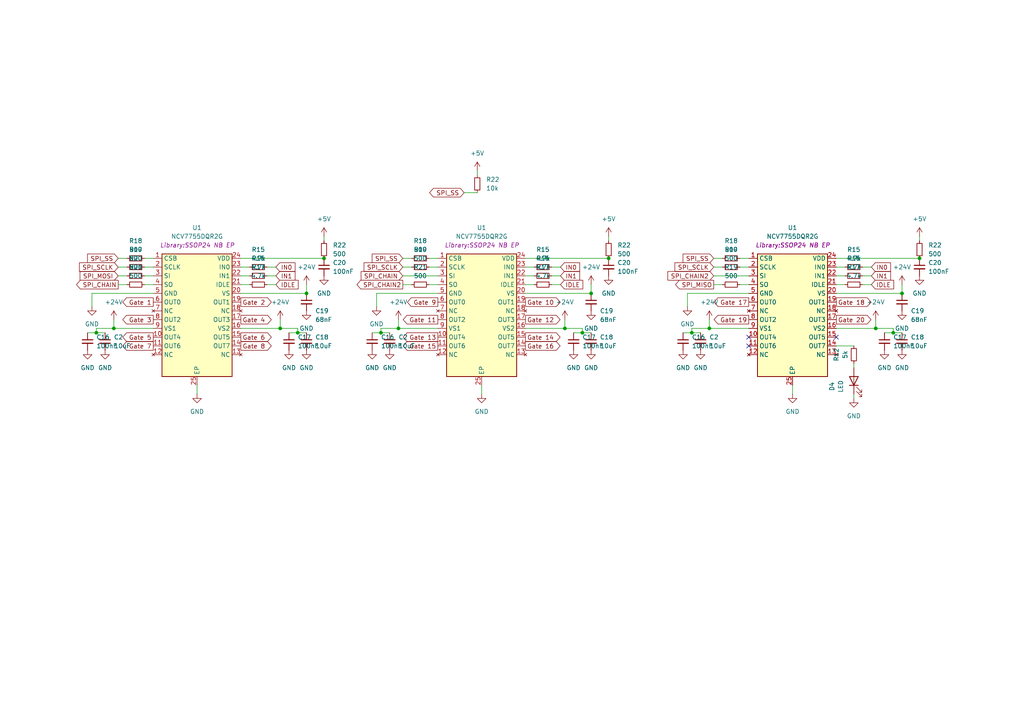
<source format=kicad_sch>
(kicad_sch (version 20230121) (generator eeschema)
  (paper "A4")
  (lib_symbols
    (symbol "Device:C_Small" (pin_numbers hide) (pin_names (offset 0.254) hide)
      (property "Reference" "C" (at 0.254 1.778 0))
      (property "Value" "C_Small" (at 0.254 -2.032 0))
      (symbol "C_Small_0_1"
        (polyline (pts (xy -1.524 -0.508) (xy 1.524 -0.508)) (stroke (width 0.3302)))
        (polyline (pts (xy -1.524 0.508) (xy 1.524 0.508)) (stroke (width 0.3048)))
      )
      (symbol "C_Small_1_1"
        (pin passive line (at 0 2.54 270) (length 2.032) (name "~") (number "1"))
        (pin passive line (at 0 -2.54 90) (length 2.032) (name "~") (number "2"))
      )
    )
    (symbol "Device:LED" (pin_numbers hide) (pin_names (offset 1.016) hide)
      (property "Reference" "D" (at 0 2.54 0))
      (property "Value" "LED" (at 0 -2.54 0))
      (symbol "LED_0_1"
        (polyline (pts (xy -1.27 -1.27) (xy -1.27 1.27)) (stroke (width 0.254)))
        (polyline (pts (xy -1.27 0) (xy 1.27 0)))
        (polyline (pts (xy 1.27 -1.27) (xy 1.27 1.27) (xy -1.27 0) (xy 1.27 -1.27)) (stroke (width 0.254)))
        (polyline (pts (xy -3.048 -0.762) (xy -4.572 -2.286) (xy -3.81 -2.286) (xy -4.572 -2.286) (xy -4.572 -1.524)))
        (polyline (pts (xy -1.778 -0.762) (xy -3.302 -2.286) (xy -2.54 -2.286) (xy -3.302 -2.286) (xy -3.302 -1.524)))
      )
      (symbol "LED_1_1"
        (pin passive line (at -3.81 0 0) (length 2.54) (name "K") (number "1"))
        (pin passive line (at 3.81 0 180) (length 2.54) (name "A") (number "2"))
      )
    )
    (symbol "Device:R_Small" (pin_numbers hide) (pin_names (offset 0.254) hide)
      (property "Reference" "R" (at 0.762 0.508 0))
      (property "Value" "R_Small" (at 0.762 -1.016 0))
      (symbol "R_Small_0_1"
        (rectangle (start -0.762 1.778) (end 0.762 -1.778) (stroke (width 0.2032)))
      )
      (symbol "R_Small_1_1"
        (pin passive line (at 0 2.54 270) (length 0.762) (name "~") (number "1"))
        (pin passive line (at 0 -2.54 90) (length 0.762) (name "~") (number "2"))
      )
    )
    (symbol "NCV7755:NCV7755DQR2G"
      (property "Reference" "U" (at 5.08 21.59 0))
      (property "Value" "NCV7755DQR2G" (at 5.08 19.05 0))
      (property "Footprint" "Library:SSOP24 NB EP" (at -1.27 3.81 0))
      (symbol "NCV7755DQR2G_0_1"
        (rectangle (start -10.16 16.51) (end 10.16 -19.05) (stroke (width 0.254)) (fill (type background)))
      )
      (symbol "NCV7755DQR2G_1_1"
        (pin input line (at -12.7 15.24 0) (length 2.54) (name "CSB") (number "1"))
        (pin output line (at -12.7 -7.62 0) (length 2.54) (name "OUT4") (number "10"))
        (pin output line (at -12.7 -10.16 0) (length 2.54) (name "OUT6") (number "11"))
        (pin no_connect line (at -12.7 -12.7 0) (length 2.54) (name "NC") (number "12"))
        (pin no_connect line (at 12.7 -12.7 180) (length 2.54) (name "NC") (number "13"))
        (pin output line (at 12.7 -10.16 180) (length 2.54) (name "OUT7") (number "14"))
        (pin output line (at 12.7 -7.62 180) (length 2.54) (name "OUT5") (number "15"))
        (pin power_in line (at 12.7 -5.08 180) (length 2.54) (name "VS2") (number "16"))
        (pin output line (at 12.7 -2.54 180) (length 2.54) (name "OUT3") (number "17"))
        (pin no_connect line (at 12.7 0 180) (length 2.54) (name "NC") (number "18"))
        (pin output line (at 12.7 2.54 180) (length 2.54) (name "OUT1") (number "19"))
        (pin input line (at -12.7 12.7 0) (length 2.54) (name "SCLK") (number "2"))
        (pin power_in line (at 12.7 5.08 180) (length 2.54) (name "VS") (number "20"))
        (pin input line (at 12.7 7.62 180) (length 2.54) (name "IDLE") (number "21"))
        (pin input line (at 12.7 10.16 180) (length 2.54) (name "IN1") (number "22"))
        (pin input line (at 12.7 12.7 180) (length 2.54) (name "IN0") (number "23"))
        (pin power_in line (at 12.7 15.24 180) (length 2.54) (name "VDD") (number "24"))
        (pin passive line (at 0 -21.59 90) (length 2.54) (name "EP") (number "25"))
        (pin input line (at -12.7 10.16 0) (length 2.54) (name "SI") (number "3"))
        (pin output line (at -12.7 7.62 0) (length 2.54) (name "SO") (number "4"))
        (pin passive line (at -12.7 5.08 0) (length 2.54) (name "GND") (number "5"))
        (pin output line (at -12.7 2.54 0) (length 2.54) (name "OUT0") (number "6"))
        (pin no_connect line (at -12.7 0 0) (length 2.54) (name "NC") (number "7"))
        (pin output line (at -12.7 -2.54 0) (length 2.54) (name "OUT2") (number "8"))
        (pin power_in line (at -12.7 -5.08 0) (length 2.54) (name "VS1") (number "9"))
      )
    )
    (symbol "power:+24V" (power) (pin_names (offset 0))
      (property "Value" "+24V" (at 0 3.556 0))
      (symbol "+24V_0_1"
        (polyline (pts (xy -0.762 1.27) (xy 0 2.54)))
        (polyline (pts (xy 0 0) (xy 0 2.54)))
        (polyline (pts (xy 0 2.54) (xy 0.762 1.27)))
      )
      (symbol "+24V_1_1"
        (pin power_in line (at 0 0 90) (length 0) hide (name "+24V") (number "1"))
      )
    )
    (symbol "power:+5V" (power) (pin_names (offset 0))
      (property "Value" "+5V" (at 0 3.556 0))
      (symbol "+5V_0_1"
        (polyline (pts (xy -0.762 1.27) (xy 0 2.54)))
        (polyline (pts (xy 0 0) (xy 0 2.54)))
        (polyline (pts (xy 0 2.54) (xy 0.762 1.27)))
      )
      (symbol "+5V_1_1"
        (pin power_in line (at 0 0 90) (length 0) hide (name "+5V") (number "1"))
      )
    )
    (symbol "power:GND" (power) (pin_names (offset 0))
      (property "Value" "GND" (at 0 -3.81 0))
      (symbol "GND_0_1"
        (polyline (pts (xy 0 0) (xy 0 -1.27) (xy 1.27 -1.27) (xy 0 -2.54) (xy -1.27 -1.27) (xy 0 -1.27)))
      )
      (symbol "GND_1_1"
        (pin power_in line (at 0 0 270) (length 0) hide (name "GND") (number "1"))
      )
    )
  )
  (junction (at 33.02 95.25))
  (junction (at 93.98 74.93))
  (junction (at 163.83 95.25))
  (junction (at 115.57 95.25))
  (junction (at 176.53 74.93))
  (junction (at 200.66 96.52))
  (junction (at 81.28 95.25))
  (junction (at 27.94 96.52))
  (junction (at 205.74 95.25))
  (junction (at 86.36 96.52))
  (junction (at 266.7 74.93))
  (junction (at 110.49 96.52))
  (junction (at 171.45 85.09))
  (junction (at 261.62 85.09))
  (junction (at 259.08 96.52))
  (junction (at 88.9 85.09))
  (junction (at 168.91 96.52))
  (junction (at 254 95.25))
  (no_connect (at 242.57 97.79))
  (no_connect (at 217.17 100.33))
  (no_connect (at 217.17 97.79))
  (wire (pts (xy 93.98 68.58) (xy 93.98 69.85)))
  (wire (pts (xy 69.85 74.93) (xy 93.98 74.93)))
  (wire (pts (xy 138.43 49.53) (xy 138.43 50.8)))
  (wire (pts (xy 259.08 95.25) (xy 259.08 96.52)))
  (wire (pts (xy 77.47 80.01) (xy 80.01 80.01)))
  (wire (pts (xy 124.46 74.93) (xy 127 74.93)))
  (wire (pts (xy 83.82 96.52) (xy 86.36 96.52)))
  (wire (pts (xy 176.53 68.58) (xy 176.53 69.85)))
  (wire (pts (xy 242.57 85.09) (xy 261.62 85.09)))
  (wire (pts (xy 116.84 80.01) (xy 127 80.01)))
  (wire (pts (xy 27.94 95.25) (xy 33.02 95.25)))
  (wire (pts (xy 199.39 85.09) (xy 199.39 88.9)))
  (wire (pts (xy 214.63 82.55) (xy 217.17 82.55)))
  (wire (pts (xy 152.4 82.55) (xy 154.94 82.55)))
  (wire (pts (xy 69.85 80.01) (xy 72.39 80.01)))
  (wire (pts (xy 26.67 85.09) (xy 44.45 85.09)))
  (wire (pts (xy 110.49 95.25) (xy 115.57 95.25)))
  (wire (pts (xy 200.66 95.25) (xy 205.74 95.25)))
  (wire (pts (xy 33.02 95.25) (xy 44.45 95.25)))
  (wire (pts (xy 77.47 77.47) (xy 80.01 77.47)))
  (wire (pts (xy 110.49 95.25) (xy 110.49 96.52)))
  (wire (pts (xy 247.65 114.3) (xy 247.65 115.57)))
  (wire (pts (xy 41.91 80.01) (xy 44.45 80.01)))
  (wire (pts (xy 261.62 82.55) (xy 261.62 85.09)))
  (wire (pts (xy 124.46 82.55) (xy 127 82.55)))
  (wire (pts (xy 214.63 74.93) (xy 217.17 74.93)))
  (wire (pts (xy 134.62 55.88) (xy 138.43 55.88)))
  (wire (pts (xy 41.91 82.55) (xy 44.45 82.55)))
  (wire (pts (xy 115.57 95.25) (xy 127 95.25)))
  (wire (pts (xy 200.66 95.25) (xy 200.66 96.52)))
  (wire (pts (xy 110.49 96.52) (xy 113.03 96.52)))
  (wire (pts (xy 214.63 77.47) (xy 217.17 77.47)))
  (wire (pts (xy 77.47 82.55) (xy 80.01 82.55)))
  (wire (pts (xy 124.46 77.47) (xy 127 77.47)))
  (wire (pts (xy 242.57 95.25) (xy 254 95.25)))
  (wire (pts (xy 69.85 77.47) (xy 72.39 77.47)))
  (wire (pts (xy 115.57 92.71) (xy 115.57 95.25)))
  (wire (pts (xy 160.02 82.55) (xy 162.56 82.55)))
  (wire (pts (xy 41.91 77.47) (xy 44.45 77.47)))
  (wire (pts (xy 160.02 80.01) (xy 162.56 80.01)))
  (wire (pts (xy 27.94 95.25) (xy 27.94 96.52)))
  (wire (pts (xy 250.19 80.01) (xy 252.73 80.01)))
  (wire (pts (xy 207.01 74.93) (xy 209.55 74.93)))
  (wire (pts (xy 166.37 96.52) (xy 168.91 96.52)))
  (wire (pts (xy 207.01 77.47) (xy 209.55 77.47)))
  (wire (pts (xy 57.15 111.76) (xy 57.15 114.3)))
  (wire (pts (xy 34.29 77.47) (xy 36.83 77.47)))
  (wire (pts (xy 254 95.25) (xy 259.08 95.25)))
  (wire (pts (xy 168.91 95.25) (xy 168.91 96.52)))
  (wire (pts (xy 242.57 80.01) (xy 245.11 80.01)))
  (wire (pts (xy 152.4 74.93) (xy 176.53 74.93)))
  (wire (pts (xy 254 92.71) (xy 254 95.25)))
  (wire (pts (xy 160.02 77.47) (xy 162.56 77.47)))
  (wire (pts (xy 256.54 96.52) (xy 259.08 96.52)))
  (wire (pts (xy 163.83 95.25) (xy 168.91 95.25)))
  (wire (pts (xy 26.67 85.09) (xy 26.67 88.9)))
  (wire (pts (xy 207.01 82.55) (xy 209.55 82.55)))
  (wire (pts (xy 171.45 82.55) (xy 171.45 85.09)))
  (wire (pts (xy 107.95 96.52) (xy 110.49 96.52)))
  (wire (pts (xy 259.08 96.52) (xy 261.62 96.52)))
  (wire (pts (xy 163.83 92.71) (xy 163.83 95.25)))
  (wire (pts (xy 139.7 111.76) (xy 139.7 114.3)))
  (wire (pts (xy 152.4 85.09) (xy 171.45 85.09)))
  (wire (pts (xy 205.74 95.25) (xy 217.17 95.25)))
  (wire (pts (xy 266.7 68.58) (xy 266.7 69.85)))
  (wire (pts (xy 242.57 74.93) (xy 266.7 74.93)))
  (wire (pts (xy 250.19 77.47) (xy 252.73 77.47)))
  (wire (pts (xy 88.9 82.55) (xy 88.9 85.09)))
  (wire (pts (xy 168.91 96.52) (xy 171.45 96.52)))
  (wire (pts (xy 207.01 80.01) (xy 217.17 80.01)))
  (wire (pts (xy 69.85 85.09) (xy 88.9 85.09)))
  (wire (pts (xy 242.57 82.55) (xy 245.11 82.55)))
  (wire (pts (xy 200.66 96.52) (xy 203.2 96.52)))
  (wire (pts (xy 152.4 80.01) (xy 154.94 80.01)))
  (wire (pts (xy 229.87 111.76) (xy 229.87 114.3)))
  (wire (pts (xy 116.84 82.55) (xy 119.38 82.55)))
  (wire (pts (xy 69.85 82.55) (xy 72.39 82.55)))
  (wire (pts (xy 27.94 96.52) (xy 30.48 96.52)))
  (wire (pts (xy 109.22 85.09) (xy 127 85.09)))
  (wire (pts (xy 242.57 77.47) (xy 245.11 77.47)))
  (wire (pts (xy 116.84 74.93) (xy 119.38 74.93)))
  (wire (pts (xy 25.4 96.52) (xy 27.94 96.52)))
  (wire (pts (xy 81.28 92.71) (xy 81.28 95.25)))
  (wire (pts (xy 69.85 95.25) (xy 81.28 95.25)))
  (wire (pts (xy 34.29 74.93) (xy 36.83 74.93)))
  (wire (pts (xy 152.4 95.25) (xy 163.83 95.25)))
  (wire (pts (xy 198.12 96.52) (xy 200.66 96.52)))
  (wire (pts (xy 242.57 100.33) (xy 247.65 100.33)))
  (wire (pts (xy 34.29 80.01) (xy 36.83 80.01)))
  (wire (pts (xy 41.91 74.93) (xy 44.45 74.93)))
  (wire (pts (xy 81.28 95.25) (xy 86.36 95.25)))
  (wire (pts (xy 116.84 77.47) (xy 119.38 77.47)))
  (wire (pts (xy 34.29 82.55) (xy 36.83 82.55)))
  (wire (pts (xy 247.65 106.68) (xy 247.65 105.41)))
  (wire (pts (xy 109.22 85.09) (xy 109.22 88.9)))
  (wire (pts (xy 205.74 92.71) (xy 205.74 95.25)))
  (wire (pts (xy 152.4 77.47) (xy 154.94 77.47)))
  (wire (pts (xy 199.39 85.09) (xy 217.17 85.09)))
  (wire (pts (xy 33.02 92.71) (xy 33.02 95.25)))
  (wire (pts (xy 250.19 82.55) (xy 252.73 82.55)))
  (wire (pts (xy 86.36 95.25) (xy 86.36 96.52)))
  (wire (pts (xy 86.36 96.52) (xy 88.9 96.52)))
  (global_label "IN1" (shape input) (at 80.01 80.01 0) (property "Intersheetrefs" "${INTERSHEET_REFS}" (effects hide)))
  (global_label "Gate 18" (shape output) (at 242.57 87.63 0) (property "Intersheetrefs" "${INTERSHEET_REFS}" (effects hide)))
  (global_label "Gate 5" (shape output) (at 44.45 97.79 180) (property "Intersheetrefs" "${INTERSHEET_REFS}" (effects hide)))
  (global_label "SPI_SS" (shape input) (at 207.01 74.93 180) (property "Intersheetrefs" "${INTERSHEET_REFS}" (effects hide)))
  (global_label "Gate 15" (shape output) (at 127 100.33 180) (property "Intersheetrefs" "${INTERSHEET_REFS}" (effects hide)))
  (global_label "IN1" (shape input) (at 252.73 80.01 0) (property "Intersheetrefs" "${INTERSHEET_REFS}" (effects hide)))
  (global_label "IN0" (shape input) (at 252.73 77.47 0) (property "Intersheetrefs" "${INTERSHEET_REFS}" (effects hide)))
  (global_label "Gate 20" (shape output) (at 242.57 92.71 0) (property "Intersheetrefs" "${INTERSHEET_REFS}" (effects hide)))
  (global_label "SPI_CHAIN" (shape input) (at 116.84 80.01 180) (property "Intersheetrefs" "${INTERSHEET_REFS}" (effects hide)))
  (global_label "SPI_SS" (shape bidirectional) (at 134.62 55.88 180) (property "Intersheetrefs" "${INTERSHEET_REFS}" (effects hide)))
  (global_label "SPI_MOSI" (shape input) (at 34.29 80.01 180) (property "Intersheetrefs" "${INTERSHEET_REFS}" (effects hide)))
  (global_label "Gate 19" (shape output) (at 217.17 92.71 180) (property "Intersheetrefs" "${INTERSHEET_REFS}" (effects hide)))
  (global_label "SPI_SS" (shape input) (at 34.29 74.93 180) (property "Intersheetrefs" "${INTERSHEET_REFS}" (effects hide)))
  (global_label "IN1" (shape input) (at 162.56 80.01 0) (property "Intersheetrefs" "${INTERSHEET_REFS}" (effects hide)))
  (global_label "SPI_SS" (shape input) (at 116.84 74.93 180) (property "Intersheetrefs" "${INTERSHEET_REFS}" (effects hide)))
  (global_label "Gate 11" (shape output) (at 127 92.71 180) (property "Intersheetrefs" "${INTERSHEET_REFS}" (effects hide)))
  (global_label "IDLE" (shape input) (at 80.01 82.55 0) (property "Intersheetrefs" "${INTERSHEET_REFS}" (effects hide)))
  (global_label "IN0" (shape input) (at 162.56 77.47 0) (property "Intersheetrefs" "${INTERSHEET_REFS}" (effects hide)))
  (global_label "Gate 10" (shape output) (at 152.4 87.63 0) (property "Intersheetrefs" "${INTERSHEET_REFS}" (effects hide)))
  (global_label "Gate 8" (shape output) (at 69.85 100.33 0) (property "Intersheetrefs" "${INTERSHEET_REFS}" (effects hide)))
  (global_label "SPI_CHAIN2" (shape input) (at 207.01 80.01 180) (property "Intersheetrefs" "${INTERSHEET_REFS}" (effects hide)))
  (global_label "Gate 12" (shape output) (at 152.4 92.71 0) (property "Intersheetrefs" "${INTERSHEET_REFS}" (effects hide)))
  (global_label "SPI_SCLK" (shape input) (at 116.84 77.47 180) (property "Intersheetrefs" "${INTERSHEET_REFS}" (effects hide)))
  (global_label "IN0" (shape input) (at 80.01 77.47 0) (property "Intersheetrefs" "${INTERSHEET_REFS}" (effects hide)))
  (global_label "SPI_SCLK" (shape input) (at 34.29 77.47 180) (property "Intersheetrefs" "${INTERSHEET_REFS}" (effects hide)))
  (global_label "Gate 3" (shape output) (at 44.45 92.71 180) (property "Intersheetrefs" "${INTERSHEET_REFS}" (effects hide)))
  (global_label "SPI_CHAIN2" (shape output) (at 116.84 82.55 180) (property "Intersheetrefs" "${INTERSHEET_REFS}" (effects hide)))
  (global_label "IDLE" (shape input) (at 252.73 82.55 0) (property "Intersheetrefs" "${INTERSHEET_REFS}" (effects hide)))
  (global_label "Gate 4" (shape output) (at 69.85 92.71 0) (property "Intersheetrefs" "${INTERSHEET_REFS}" (effects hide)))
  (global_label "Gate 9" (shape output) (at 127 87.63 180) (property "Intersheetrefs" "${INTERSHEET_REFS}" (effects hide)))
  (global_label "SPI_MISO" (shape output) (at 207.01 82.55 180) (property "Intersheetrefs" "${INTERSHEET_REFS}" (effects hide)))
  (global_label "Gate 13" (shape output) (at 127 97.79 180) (property "Intersheetrefs" "${INTERSHEET_REFS}" (effects hide)))
  (global_label "SPI_SCLK" (shape input) (at 207.01 77.47 180) (property "Intersheetrefs" "${INTERSHEET_REFS}" (effects hide)))
  (global_label "Gate 1" (shape output) (at 44.45 87.63 180) (property "Intersheetrefs" "${INTERSHEET_REFS}" (effects hide)))
  (global_label "IDLE" (shape input) (at 162.56 82.55 0) (property "Intersheetrefs" "${INTERSHEET_REFS}" (effects hide)))
  (global_label "SPI_CHAIN" (shape output) (at 34.29 82.55 180) (property "Intersheetrefs" "${INTERSHEET_REFS}" (effects hide)))
  (global_label "Gate 7" (shape output) (at 44.45 100.33 180) (property "Intersheetrefs" "${INTERSHEET_REFS}" (effects hide)))
  (global_label "Gate 17" (shape output) (at 217.17 87.63 180) (property "Intersheetrefs" "${INTERSHEET_REFS}" (effects hide)))
  (global_label "Gate 16" (shape output) (at 152.4 100.33 0) (property "Intersheetrefs" "${INTERSHEET_REFS}" (effects hide)))
  (global_label "Gate 6" (shape output) (at 69.85 97.79 0) (property "Intersheetrefs" "${INTERSHEET_REFS}" (effects hide)))
  (global_label "Gate 2" (shape output) (at 69.85 87.63 0) (property "Intersheetrefs" "${INTERSHEET_REFS}" (effects hide)))
  (global_label "Gate 14" (shape output) (at 152.4 97.79 0) (property "Intersheetrefs" "${INTERSHEET_REFS}" (effects hide)))
  (symbol (lib_id "Device:C_Small") (at 166.37 99.06 0) (unit 1)
    (property "Reference" "C17" (at 168.91 97.7963 0) (effects (justify left)))
    (property "Value" "100nF" (at 168.91 100.3363 0) (effects (justify left)))
    (property "Footprint" "Capacitor_SMD:C_0805_2012Metric_Pad1.18x1.45mm_HandSolder" (effects hide))
    (instances (project "Resistor Bank Control Board" (path "" (reference "C17") (unit 1)) (path "" (reference "C20") (unit 1))))
  )
  (symbol (lib_id "Device:R_Small") (at 39.37 74.93 90) (unit 1)
    (property "Reference" "R18" (at 39.37 69.85 90))
    (property "Value" "500" (at 39.37 72.39 90))
    (property "Footprint" "Resistor_SMD:R_0805_2012Metric_Pad1.20x1.40mm_HandSolder" (effects hide))
    (instances (project "Resistor Bank Control Board" (path "" (reference "R18") (unit 1)) (path "" (reference "R15") (unit 1))))
  )
  (symbol (lib_id "power:GND") (at 203.2 101.6 0) (unit 1)
    (property "Reference" "#PWR028" (effects hide))
    (property "Value" "GND" (at 203.2 106.68 0))
    (instances (project "Resistor Bank Control Board" (path "" (reference "#PWR028") (unit 1)) (path "" (reference "#PWR083") (unit 1))))
  )
  (symbol (lib_id "power:GND") (at 171.45 101.6 0) (unit 1)
    (property "Reference" "#PWR077" (effects hide))
    (property "Value" "GND" (at 171.45 106.68 0))
    (instances (project "Resistor Bank Control Board" (path "" (reference "#PWR077") (unit 1)) (path "" (reference "#PWR078") (unit 1))))
  )
  (symbol (lib_id "power:GND") (at 261.62 90.17 0) (unit 1)
    (property "Reference" "#PWR079" (effects hide))
    (property "Value" "GND" (at 261.62 95.25 0))
    (instances (project "Resistor Bank Control Board" (path "" (reference "#PWR079") (unit 1)) (path "" (reference "#PWR089") (unit 1))))
  )
  (symbol (lib_id "power:GND") (at 266.7 80.01 0) (unit 1)
    (property "Reference" "#PWR082" (effects hide))
    (property "Value" "GND" (at 266.7 85.09 0))
    (instances (project "Resistor Bank Control Board" (path "" (reference "#PWR082") (unit 1)) (path "" (reference "#PWR092") (unit 1))))
  )
  (symbol (lib_id "NCV7755:NCV7755DQR2G") (at 57.15 90.17 0) (unit 1)
    (property "Reference" "U1" (at 57.15 66.04 0))
    (property "Value" "NCV7755DQR2G" (at 57.15 68.58 0))
    (property "Footprint" "Library:SSOP24 NB EP" (at 57.15 71.12 0) (effects (font italic)))
    (property "Datasheet" "https://www.mouser.com/datasheet/2/308/1/NCV7755_D-3150259.pdf" (effects hide))
  )
  (symbol (lib_id "Device:R_Small") (at 266.7 72.39 180) (unit 1)
    (property "Reference" "R22" (at 269.24 71.12 0) (effects (justify right)))
    (property "Value" "500" (at 269.24 73.66 0) (effects (justify right)))
    (property "Footprint" "Resistor_SMD:R_0805_2012Metric_Pad1.20x1.40mm_HandSolder" (effects hide))
    (instances (project "Resistor Bank Control Board" (path "" (reference "R22") (unit 1)) (path "" (reference "R38") (unit 1))))
  )
  (symbol (lib_id "power:GND") (at 88.9 90.17 0) (unit 1)
    (property "Reference" "#PWR079" (effects hide))
    (property "Value" "GND" (at 88.9 95.25 0))
    (instances (project "Resistor Bank Control Board" (path "" (reference "#PWR079") (unit 1)) (path "" (reference "#PWR029") (unit 1))))
  )
  (symbol (lib_id "power:+24V") (at 115.57 92.71 0) (unit 1)
    (property "Reference" "#PWR027" (effects hide))
    (property "Value" "+24V" (at 115.57 87.63 0))
    (instances (project "Resistor Bank Control Board" (path "" (reference "#PWR027") (unit 1)) (path "" (reference "#PWR036") (unit 1))))
  )
  (symbol (lib_id "Device:C_Small") (at 266.7 77.47 0) (unit 1)
    (property "Reference" "C20" (at 269.24 76.2063 0) (effects (justify left)))
    (property "Value" "100nF" (at 269.24 78.7463 0) (effects (justify left)))
    (property "Footprint" "Capacitor_SMD:C_0805_2012Metric_Pad1.18x1.45mm_HandSolder" (effects hide))
    (instances (project "Resistor Bank Control Board" (path "" (reference "C20") (unit 1)) (path "" (reference "C29") (unit 1))))
  )
  (symbol (lib_id "power:GND") (at 113.03 101.6 0) (unit 1)
    (property "Reference" "#PWR028" (effects hide))
    (property "Value" "GND" (at 113.03 106.68 0))
    (instances (project "Resistor Bank Control Board" (path "" (reference "#PWR028") (unit 1)) (path "" (reference "#PWR035") (unit 1))))
  )
  (symbol (lib_id "Device:C_Small") (at 88.9 99.06 0) (unit 1)
    (property "Reference" "C18" (at 91.44 97.7963 0) (effects (justify left)))
    (property "Value" "10uF" (at 91.44 100.3363 0) (effects (justify left)))
    (property "Footprint" "Capacitor_SMD:C_0805_2012Metric_Pad1.18x1.45mm_HandSolder" (effects hide))
    (instances (project "Resistor Bank Control Board" (path "" (reference "C18") (unit 1)) (path "" (reference "C16") (unit 1))))
  )
  (symbol (lib_id "Device:C_Small") (at 261.62 87.63 0) (unit 1)
    (property "Reference" "C19" (at 264.16 90.17 0) (effects (justify left)))
    (property "Value" "68nF" (at 264.16 92.71 0) (effects (justify left)))
    (property "Footprint" "Capacitor_SMD:C_0805_2012Metric_Pad1.18x1.45mm_HandSolder" (effects hide))
    (instances (project "Resistor Bank Control Board" (path "" (reference "C19") (unit 1)) (path "" (reference "C27") (unit 1))))
  )
  (symbol (lib_id "Device:R_Small") (at 39.37 80.01 90) (unit 1)
    (property "Reference" "R20" (at 39.37 74.93 90))
    (property "Value" "500" (at 39.37 77.47 90))
    (property "Footprint" "Resistor_SMD:R_0805_2012Metric_Pad1.20x1.40mm_HandSolder" (effects hide))
    (instances (project "Resistor Bank Control Board" (path "" (reference "R20") (unit 1)) (path "" (reference "R17") (unit 1))))
  )
  (symbol (lib_id "power:GND") (at 171.45 90.17 0) (unit 1)
    (property "Reference" "#PWR079" (effects hide))
    (property "Value" "GND" (at 171.45 95.25 0))
    (instances (project "Resistor Bank Control Board" (path "" (reference "#PWR079") (unit 1)) (path "" (reference "#PWR077") (unit 1))))
  )
  (symbol (lib_id "Device:LED") (at 247.65 110.49 90) (unit 1)
    (property "Reference" "D4" (at 241.3 112.0775 0))
    (property "Value" "LED" (at 243.84 112.0775 0))
    (property "Footprint" "LED_SMD:LED_0805_2012Metric_Pad1.15x1.40mm_HandSolder" (effects hide))
    (instances (project "Resistor Bank Control Board" (path "" (reference "D4") (unit 1)) (path "" (reference "D4") (unit 1)) (path "" (reference "D5") (unit 1))))
  )
  (symbol (lib_id "power:+5V") (at 138.43 49.53 0) (unit 1)
    (property "Reference" "#PWR083" (effects hide))
    (property "Value" "+5V" (at 138.43 44.45 0))
    (instances (project "Resistor Bank Control Board" (path "" (reference "#PWR083") (unit 1)) (path "" (reference "#PWR094") (unit 1))))
  )
  (symbol (lib_id "Device:R_Small") (at 212.09 82.55 90) (unit 1)
    (property "Reference" "R19" (at 212.09 77.47 90))
    (property "Value" "500" (at 212.09 80.01 90))
    (property "Footprint" "Resistor_SMD:R_0805_2012Metric_Pad1.20x1.40mm_HandSolder" (effects hide))
    (instances (project "Resistor Bank Control Board" (path "" (reference "R19") (unit 1)) (path "" (reference "R26") (unit 1))))
  )
  (symbol (lib_id "Device:R_Small") (at 138.43 53.34 180) (unit 1)
    (property "Reference" "R22" (at 140.97 52.07 0) (effects (justify right)))
    (property "Value" "10k" (at 140.97 54.61 0) (effects (justify right)))
    (property "Footprint" "Resistor_SMD:R_0805_2012Metric_Pad1.20x1.40mm_HandSolder" (effects hide))
    (instances (project "Resistor Bank Control Board" (path "" (reference "R22") (unit 1)) (path "" (reference "R34") (unit 1))))
  )
  (symbol (lib_id "Device:C_Small") (at 25.4 99.06 0) (unit 1)
    (property "Reference" "C16" (at 27.94 97.7963 0) (effects (justify left)))
    (property "Value" "100nF" (at 27.94 100.3363 0) (effects (justify left)))
    (property "Footprint" "Capacitor_SMD:C_0805_2012Metric_Pad1.18x1.45mm_HandSolder" (effects hide))
    (instances (project "Resistor Bank Control Board" (path "" (reference "C16") (unit 1)) (path "" (reference "C1") (unit 1))))
  )
  (symbol (lib_id "Device:C_Small") (at 171.45 87.63 0) (unit 1)
    (property "Reference" "C19" (at 173.99 90.17 0) (effects (justify left)))
    (property "Value" "68nF" (at 173.99 92.71 0) (effects (justify left)))
    (property "Footprint" "Capacitor_SMD:C_0805_2012Metric_Pad1.18x1.45mm_HandSolder" (effects hide))
    (instances (project "Resistor Bank Control Board" (path "" (reference "C19") (unit 1)) (path "" (reference "C21") (unit 1))))
  )
  (symbol (lib_id "power:GND") (at 93.98 80.01 0) (unit 1)
    (property "Reference" "#PWR082" (effects hide))
    (property "Value" "GND" (at 93.98 85.09 0))
    (instances (project "Resistor Bank Control Board" (path "" (reference "#PWR082") (unit 1)) (path "" (reference "#PWR032") (unit 1))))
  )
  (symbol (lib_id "power:GND") (at 256.54 101.6 0) (unit 1)
    (property "Reference" "#PWR076" (effects hide))
    (property "Value" "GND" (at 256.54 106.68 0))
    (instances (project "Resistor Bank Control Board" (path "" (reference "#PWR076") (unit 1)) (path "" (reference "#PWR087") (unit 1))))
  )
  (symbol (lib_id "Device:C_Small") (at 107.95 99.06 0) (unit 1)
    (property "Reference" "C16" (at 110.49 97.7963 0) (effects (justify left)))
    (property "Value" "100nF" (at 110.49 100.3363 0) (effects (justify left)))
    (property "Footprint" "Capacitor_SMD:C_0805_2012Metric_Pad1.18x1.45mm_HandSolder" (effects hide))
    (instances (project "Resistor Bank Control Board" (path "" (reference "C16") (unit 1)) (path "" (reference "C18") (unit 1))))
  )
  (symbol (lib_id "Device:R_Small") (at 176.53 72.39 180) (unit 1)
    (property "Reference" "R22" (at 179.07 71.12 0) (effects (justify right)))
    (property "Value" "500" (at 179.07 73.66 0) (effects (justify right)))
    (property "Footprint" "Resistor_SMD:R_0805_2012Metric_Pad1.20x1.40mm_HandSolder" (effects hide))
    (instances (project "Resistor Bank Control Board" (path "" (reference "R22") (unit 1)) (path "" (reference "R30") (unit 1))))
  )
  (symbol (lib_id "Device:C_Small") (at 261.62 99.06 0) (unit 1)
    (property "Reference" "C18" (at 264.16 97.7963 0) (effects (justify left)))
    (property "Value" "10uF" (at 264.16 100.3363 0) (effects (justify left)))
    (property "Footprint" "Capacitor_SMD:C_0805_2012Metric_Pad1.18x1.45mm_HandSolder" (effects hide))
    (instances (project "Resistor Bank Control Board" (path "" (reference "C18") (unit 1)) (path "" (reference "C28") (unit 1))))
  )
  (symbol (lib_id "power:+24V") (at 205.74 92.71 0) (unit 1)
    (property "Reference" "#PWR027" (effects hide))
    (property "Value" "+24V" (at 205.74 87.63 0))
    (instances (project "Resistor Bank Control Board" (path "" (reference "#PWR027") (unit 1)) (path "" (reference "#PWR084") (unit 1))))
  )
  (symbol (lib_id "NCV7755:NCV7755DQR2G") (at 139.7 90.17 0) (unit 1)
    (property "Reference" "U1" (at 139.7 66.04 0))
    (property "Value" "NCV7755DQR2G" (at 139.7 68.58 0))
    (property "Footprint" "Library:SSOP24 NB EP" (at 139.7 71.12 0) (effects (font italic)))
    (property "Datasheet" "https://www.mouser.com/datasheet/2/308/1/NCV7755_D-3150259.pdf" (effects hide))
    (instances (project "Resistor Bank Control Board" (path "" (reference "U1") (unit 1)) (path "" (reference "U2") (unit 1))))
  )
  (symbol (lib_id "power:GND") (at 166.37 101.6 0) (unit 1)
    (property "Reference" "#PWR076" (effects hide))
    (property "Value" "GND" (at 166.37 106.68 0))
    (instances (project "Resistor Bank Control Board" (path "" (reference "#PWR076") (unit 1)) (path "" (reference "#PWR075") (unit 1))))
  )
  (symbol (lib_id "Device:R_Small") (at 157.48 77.47 90) (unit 1)
    (property "Reference" "R15" (at 157.48 72.39 90))
    (property "Value" "4.7k" (at 157.48 74.93 90))
    (property "Footprint" "Resistor_SMD:R_0805_2012Metric_Pad1.20x1.40mm_HandSolder" (effects hide))
    (instances (project "Resistor Bank Control Board" (path "" (reference "R15") (unit 1)) (path "" (reference "R27") (unit 1))))
  )
  (symbol (lib_id "Device:C_Small") (at 198.12 99.06 0) (unit 1)
    (property "Reference" "C16" (at 200.66 97.7963 0) (effects (justify left)))
    (property "Value" "100nF" (at 200.66 100.3363 0) (effects (justify left)))
    (property "Footprint" "Capacitor_SMD:C_0805_2012Metric_Pad1.18x1.45mm_HandSolder" (effects hide))
    (instances (project "Resistor Bank Control Board" (path "" (reference "C16") (unit 1)) (path "" (reference "C24") (unit 1))))
  )
  (symbol (lib_id "Device:R_Small") (at 247.65 77.47 90) (unit 1)
    (property "Reference" "R15" (at 247.65 72.39 90))
    (property "Value" "4.7k" (at 247.65 74.93 90))
    (property "Footprint" "Resistor_SMD:R_0805_2012Metric_Pad1.20x1.40mm_HandSolder" (effects hide))
    (instances (project "Resistor Bank Control Board" (path "" (reference "R15") (unit 1)) (path "" (reference "R35") (unit 1))))
  )
  (symbol (lib_id "Device:R_Small") (at 74.93 80.01 90) (unit 1)
    (property "Reference" "R16" (at 74.93 74.93 90))
    (property "Value" "4.7k" (at 74.93 77.47 90))
    (property "Footprint" "Resistor_SMD:R_0805_2012Metric_Pad1.20x1.40mm_HandSolder" (effects hide))
    (instances (project "Resistor Bank Control Board" (path "" (reference "R16") (unit 1)) (path "" (reference "R20") (unit 1))))
  )
  (symbol (lib_id "Device:C_Small") (at 88.9 87.63 0) (unit 1)
    (property "Reference" "C19" (at 91.44 90.17 0) (effects (justify left)))
    (property "Value" "68nF" (at 91.44 92.71 0) (effects (justify left)))
    (property "Footprint" "Capacitor_SMD:C_0805_2012Metric_Pad1.18x1.45mm_HandSolder" (effects hide))
    (instances (project "Resistor Bank Control Board" (path "" (reference "C19") (unit 1)) (path "" (reference "C15") (unit 1))))
  )
  (symbol (lib_id "power:GND") (at 109.22 88.9 0) (unit 1)
    (property "Reference" "#PWR081" (effects hide))
    (property "Value" "GND" (at 109.22 93.98 0))
    (instances (project "Resistor Bank Control Board" (path "" (reference "#PWR081") (unit 1)) (path "" (reference "#PWR034") (unit 1))))
  )
  (symbol (lib_id "power:GND") (at 25.4 101.6 0) (unit 1)
    (property "Reference" "#PWR034" (effects hide))
    (property "Value" "GND" (at 25.4 106.68 0))
    (instances (project "Resistor Bank Control Board" (path "" (reference "#PWR034") (unit 1)) (path "" (reference "#PWR021") (unit 1))))
  )
  (symbol (lib_id "Device:C_Small") (at 171.45 99.06 0) (unit 1)
    (property "Reference" "C18" (at 173.99 97.7963 0) (effects (justify left)))
    (property "Value" "10uF" (at 173.99 100.3363 0) (effects (justify left)))
    (property "Footprint" "Capacitor_SMD:C_0805_2012Metric_Pad1.18x1.45mm_HandSolder" (effects hide))
    (instances (project "Resistor Bank Control Board" (path "" (reference "C18") (unit 1)) (path "" (reference "C22") (unit 1))))
  )
  (symbol (lib_id "power:+24V") (at 33.02 92.71 0) (unit 1)
    (property "Reference" "#PWR027" (effects hide))
    (property "Value" "+24V" (at 33.02 87.63 0))
    (instances (project "Resistor Bank Control Board" (path "" (reference "#PWR027") (unit 1)) (path "" (reference "#PWR024") (unit 1))))
  )
  (symbol (lib_id "Device:R_Small") (at 93.98 72.39 180) (unit 1)
    (property "Reference" "R22" (at 96.52 71.12 0) (effects (justify right)))
    (property "Value" "500" (at 96.52 73.66 0) (effects (justify right)))
    (property "Footprint" "Resistor_SMD:R_0805_2012Metric_Pad1.20x1.40mm_HandSolder" (effects hide))
  )
  (symbol (lib_id "power:+24V") (at 163.83 92.71 0) (unit 1)
    (property "Reference" "#PWR078" (effects hide))
    (property "Value" "+24V" (at 163.83 87.63 0))
    (instances (project "Resistor Bank Control Board" (path "" (reference "#PWR078") (unit 1)) (path "" (reference "#PWR070") (unit 1))))
  )
  (symbol (lib_id "power:GND") (at 26.67 88.9 0) (unit 1)
    (property "Reference" "#PWR081" (effects hide))
    (property "Value" "GND" (at 26.67 93.98 0))
    (instances (project "Resistor Bank Control Board" (path "" (reference "#PWR081") (unit 1)) (path "" (reference "#PWR022") (unit 1))))
  )
  (symbol (lib_id "Device:R_Small") (at 121.92 82.55 90) (unit 1)
    (property "Reference" "R21" (at 121.92 77.47 90))
    (property "Value" "500" (at 121.92 80.01 90))
    (property "Footprint" "Resistor_SMD:R_0805_2012Metric_Pad1.20x1.40mm_HandSolder" (effects hide))
    (instances (project "Resistor Bank Control Board" (path "" (reference "R21") (unit 1)) (path "" (reference "R25") (unit 1))))
  )
  (symbol (lib_id "power:+24V") (at 88.9 82.55 0) (unit 1)
    (property "Reference" "#PWR080" (effects hide))
    (property "Value" "+24V" (at 88.9 77.47 0))
    (instances (project "Resistor Bank Control Board" (path "" (reference "#PWR080") (unit 1)) (path "" (reference "#PWR028") (unit 1))))
  )
  (symbol (lib_id "Device:R_Small") (at 74.93 77.47 90) (unit 1)
    (property "Reference" "R15" (at 74.93 72.39 90))
    (property "Value" "4.7k" (at 74.93 74.93 90))
    (property "Footprint" "Resistor_SMD:R_0805_2012Metric_Pad1.20x1.40mm_HandSolder" (effects hide))
    (instances (project "Resistor Bank Control Board" (path "" (reference "R15") (unit 1)) (path "" (reference "R19") (unit 1))))
  )
  (symbol (lib_id "Device:R_Small") (at 212.09 77.47 90) (unit 1)
    (property "Reference" "R19" (at 212.09 72.39 90))
    (property "Value" "500" (at 212.09 74.93 90))
    (property "Footprint" "Resistor_SMD:R_0805_2012Metric_Pad1.20x1.40mm_HandSolder" (effects hide))
    (instances (project "Resistor Bank Control Board" (path "" (reference "R19") (unit 1)) (path "" (reference "R32") (unit 1))))
  )
  (symbol (lib_id "Device:C_Small") (at 176.53 77.47 0) (unit 1)
    (property "Reference" "C20" (at 179.07 76.2063 0) (effects (justify left)))
    (property "Value" "100nF" (at 179.07 78.7463 0) (effects (justify left)))
    (property "Footprint" "Capacitor_SMD:C_0805_2012Metric_Pad1.18x1.45mm_HandSolder" (effects hide))
    (instances (project "Resistor Bank Control Board" (path "" (reference "C20") (unit 1)) (path "" (reference "C23") (unit 1))))
  )
  (symbol (lib_id "power:+5V") (at 93.98 68.58 0) (unit 1)
    (property "Reference" "#PWR083" (effects hide))
    (property "Value" "+5V" (at 93.98 63.5 0))
    (instances (project "Resistor Bank Control Board" (path "" (reference "#PWR083") (unit 1)) (path "" (reference "#PWR031") (unit 1))))
  )
  (symbol (lib_id "power:GND") (at 198.12 101.6 0) (unit 1)
    (property "Reference" "#PWR034" (effects hide))
    (property "Value" "GND" (at 198.12 106.68 0))
    (instances (project "Resistor Bank Control Board" (path "" (reference "#PWR034") (unit 1)) (path "" (reference "#PWR081") (unit 1))))
  )
  (symbol (lib_id "Device:C_Small") (at 113.03 99.06 0) (unit 1)
    (property "Reference" "C2" (at 115.57 97.7963 0) (effects (justify left)))
    (property "Value" "10uF" (at 115.57 100.3363 0) (effects (justify left)))
    (property "Footprint" "Capacitor_SMD:C_0805_2012Metric_Pad1.18x1.45mm_HandSolder" (effects hide))
    (instances (project "Resistor Bank Control Board" (path "" (reference "C2") (unit 1)) (path "" (reference "C19") (unit 1))))
  )
  (symbol (lib_id "Device:R_Small") (at 121.92 77.47 90) (unit 1)
    (property "Reference" "R19" (at 121.92 72.39 90))
    (property "Value" "500" (at 121.92 74.93 90))
    (property "Footprint" "Resistor_SMD:R_0805_2012Metric_Pad1.20x1.40mm_HandSolder" (effects hide))
    (instances (project "Resistor Bank Control Board" (path "" (reference "R19") (unit 1)) (path "" (reference "R24") (unit 1))))
  )
  (symbol (lib_id "power:GND") (at 88.9 101.6 0) (unit 1)
    (property "Reference" "#PWR077" (effects hide))
    (property "Value" "GND" (at 88.9 106.68 0))
    (instances (project "Resistor Bank Control Board" (path "" (reference "#PWR077") (unit 1)) (path "" (reference "#PWR030") (unit 1))))
  )
  (symbol (lib_id "power:GND") (at 261.62 101.6 0) (unit 1)
    (property "Reference" "#PWR077" (effects hide))
    (property "Value" "GND" (at 261.62 106.68 0))
    (instances (project "Resistor Bank Control Board" (path "" (reference "#PWR077") (unit 1)) (path "" (reference "#PWR090") (unit 1))))
  )
  (symbol (lib_id "Device:R_Small") (at 212.09 74.93 90) (unit 1)
    (property "Reference" "R18" (at 212.09 69.85 90))
    (property "Value" "500" (at 212.09 72.39 90))
    (property "Footprint" "Resistor_SMD:R_0805_2012Metric_Pad1.20x1.40mm_HandSolder" (effects hide))
    (instances (project "Resistor Bank Control Board" (path "" (reference "R18") (unit 1)) (path "" (reference "R31") (unit 1))))
  )
  (symbol (lib_id "power:+24V") (at 261.62 82.55 0) (unit 1)
    (property "Reference" "#PWR080" (effects hide))
    (property "Value" "+24V" (at 261.62 77.47 0))
    (instances (project "Resistor Bank Control Board" (path "" (reference "#PWR080") (unit 1)) (path "" (reference "#PWR088") (unit 1))))
  )
  (symbol (lib_id "Device:C_Small") (at 256.54 99.06 0) (unit 1)
    (property "Reference" "C17" (at 259.08 97.7963 0) (effects (justify left)))
    (property "Value" "100nF" (at 259.08 100.3363 0) (effects (justify left)))
    (property "Footprint" "Capacitor_SMD:C_0805_2012Metric_Pad1.18x1.45mm_HandSolder" (effects hide))
    (instances (project "Resistor Bank Control Board" (path "" (reference "C17") (unit 1)) (path "" (reference "C26") (unit 1))))
  )
  (symbol (lib_id "Device:R_Small") (at 247.65 80.01 90) (unit 1)
    (property "Reference" "R16" (at 247.65 74.93 90))
    (property "Value" "4.7k" (at 247.65 77.47 90))
    (property "Footprint" "Resistor_SMD:R_0805_2012Metric_Pad1.20x1.40mm_HandSolder" (effects hide))
    (instances (project "Resistor Bank Control Board" (path "" (reference "R16") (unit 1)) (path "" (reference "R36") (unit 1))))
  )
  (symbol (lib_id "Device:C_Small") (at 30.48 99.06 0) (unit 1)
    (property "Reference" "C2" (at 33.02 97.7963 0) (effects (justify left)))
    (property "Value" "10uF" (at 33.02 100.3363 0) (effects (justify left)))
    (property "Footprint" "Capacitor_SMD:C_0805_2012Metric_Pad1.18x1.45mm_HandSolder" (effects hide))
  )
  (symbol (lib_id "power:+5V") (at 266.7 68.58 0) (unit 1)
    (property "Reference" "#PWR083" (effects hide))
    (property "Value" "+5V" (at 266.7 63.5 0))
    (instances (project "Resistor Bank Control Board" (path "" (reference "#PWR083") (unit 1)) (path "" (reference "#PWR091") (unit 1))))
  )
  (symbol (lib_id "power:+24V") (at 171.45 82.55 0) (unit 1)
    (property "Reference" "#PWR080" (effects hide))
    (property "Value" "+24V" (at 171.45 77.47 0))
    (instances (project "Resistor Bank Control Board" (path "" (reference "#PWR080") (unit 1)) (path "" (reference "#PWR076") (unit 1))))
  )
  (symbol (lib_id "Device:R_Small") (at 247.65 82.55 90) (unit 1)
    (property "Reference" "R17" (at 247.65 77.47 90))
    (property "Value" "4.7k" (at 247.65 80.01 90))
    (property "Footprint" "Resistor_SMD:R_0805_2012Metric_Pad1.20x1.40mm_HandSolder" (effects hide))
    (instances (project "Resistor Bank Control Board" (path "" (reference "R17") (unit 1)) (path "" (reference "R37") (unit 1))))
  )
  (symbol (lib_id "Device:R_Small") (at 39.37 82.55 90) (unit 1)
    (property "Reference" "R21" (at 39.37 77.47 90))
    (property "Value" "500" (at 39.37 80.01 90))
    (property "Footprint" "Resistor_SMD:R_0805_2012Metric_Pad1.20x1.40mm_HandSolder" (effects hide))
    (instances (project "Resistor Bank Control Board" (path "" (reference "R21") (unit 1)) (path "" (reference "R18") (unit 1))))
  )
  (symbol (lib_id "power:GND") (at 176.53 80.01 0) (unit 1)
    (property "Reference" "#PWR082" (effects hide))
    (property "Value" "GND" (at 176.53 85.09 0))
    (instances (project "Resistor Bank Control Board" (path "" (reference "#PWR082") (unit 1)) (path "" (reference "#PWR080") (unit 1))))
  )
  (symbol (lib_id "Device:C_Small") (at 93.98 77.47 0) (unit 1)
    (property "Reference" "C20" (at 96.52 76.2063 0) (effects (justify left)))
    (property "Value" "100nF" (at 96.52 78.7463 0) (effects (justify left)))
    (property "Footprint" "Capacitor_SMD:C_0805_2012Metric_Pad1.18x1.45mm_HandSolder" (effects hide))
    (instances (project "Resistor Bank Control Board" (path "" (reference "C20") (unit 1)) (path "" (reference "C17") (unit 1))))
  )
  (symbol (lib_id "NCV7755:NCV7755DQR2G") (at 229.87 90.17 0) (unit 1)
    (property "Reference" "U1" (at 229.87 66.04 0))
    (property "Value" "NCV7755DQR2G" (at 229.87 68.58 0))
    (property "Footprint" "Library:SSOP24 NB EP" (at 229.87 71.12 0) (effects (font italic)))
    (property "Datasheet" "https://www.mouser.com/datasheet/2/308/1/NCV7755_D-3150259.pdf" (effects hide))
    (instances (project "Resistor Bank Control Board" (path "" (reference "U1") (unit 1)) (path "" (reference "U3") (unit 1))))
  )
  (symbol (lib_id "power:GND") (at 107.95 101.6 0) (unit 1)
    (property "Reference" "#PWR034" (effects hide))
    (property "Value" "GND" (at 107.95 106.68 0))
    (instances (project "Resistor Bank Control Board" (path "" (reference "#PWR034") (unit 1)) (path "" (reference "#PWR033") (unit 1))))
  )
  (symbol (lib_id "power:GND") (at 229.87 114.3 0) (unit 1)
    (property "Reference" "#PWR075" (effects hide))
    (property "Value" "GND" (at 229.87 119.38 0))
    (instances (project "Resistor Bank Control Board" (path "" (reference "#PWR075") (unit 1)) (path "" (reference "#PWR085") (unit 1))))
  )
  (symbol (lib_id "Device:R_Small") (at 121.92 74.93 90) (unit 1)
    (property "Reference" "R18" (at 121.92 69.85 90))
    (property "Value" "500" (at 121.92 72.39 90))
    (property "Footprint" "Resistor_SMD:R_0805_2012Metric_Pad1.20x1.40mm_HandSolder" (effects hide))
    (instances (project "Resistor Bank Control Board" (path "" (reference "R18") (unit 1)) (path "" (reference "R23") (unit 1))))
  )
  (symbol (lib_id "power:GND") (at 199.39 88.9 0) (unit 1)
    (property "Reference" "#PWR081" (effects hide))
    (property "Value" "GND" (at 199.39 93.98 0))
    (instances (project "Resistor Bank Control Board" (path "" (reference "#PWR081") (unit 1)) (path "" (reference "#PWR082") (unit 1))))
  )
  (symbol (lib_id "Device:R_Small") (at 247.65 102.87 180) (unit 1)
    (property "Reference" "R12" (at 242.57 102.87 90))
    (property "Value" "5k" (at 245.11 102.87 90))
    (property "Footprint" "Resistor_SMD:R_0805_2012Metric_Pad1.20x1.40mm_HandSolder" (effects hide))
    (instances (project "Resistor Bank Control Board" (path "" (reference "R12") (unit 1)) (path "" (reference "R12") (unit 1)) (path "" (reference "R33") (unit 1))))
  )
  (symbol (lib_id "Device:R_Small") (at 157.48 80.01 90) (unit 1)
    (property "Reference" "R16" (at 157.48 74.93 90))
    (property "Value" "4.7k" (at 157.48 77.47 90))
    (property "Footprint" "Resistor_SMD:R_0805_2012Metric_Pad1.20x1.40mm_HandSolder" (effects hide))
    (instances (project "Resistor Bank Control Board" (path "" (reference "R16") (unit 1)) (path "" (reference "R28") (unit 1))))
  )
  (symbol (lib_id "power:GND") (at 139.7 114.3 0) (unit 1)
    (property "Reference" "#PWR075" (effects hide))
    (property "Value" "GND" (at 139.7 119.38 0))
    (instances (project "Resistor Bank Control Board" (path "" (reference "#PWR075") (unit 1)) (path "" (reference "#PWR069") (unit 1))))
  )
  (symbol (lib_id "Device:C_Small") (at 83.82 99.06 0) (unit 1)
    (property "Reference" "C17" (at 86.36 97.7963 0) (effects (justify left)))
    (property "Value" "100nF" (at 86.36 100.3363 0) (effects (justify left)))
    (property "Footprint" "Capacitor_SMD:C_0805_2012Metric_Pad1.18x1.45mm_HandSolder" (effects hide))
    (instances (project "Resistor Bank Control Board" (path "" (reference "C17") (unit 1)) (path "" (reference "C14") (unit 1))))
  )
  (symbol (lib_id "power:+5V") (at 176.53 68.58 0) (unit 1)
    (property "Reference" "#PWR083" (effects hide))
    (property "Value" "+5V" (at 176.53 63.5 0))
    (instances (project "Resistor Bank Control Board" (path "" (reference "#PWR083") (unit 1)) (path "" (reference "#PWR079") (unit 1))))
  )
  (symbol (lib_id "power:GND") (at 30.48 101.6 0) (unit 1)
    (property "Reference" "#PWR028" (effects hide))
    (property "Value" "GND" (at 30.48 106.68 0))
    (instances (project "Resistor Bank Control Board" (path "" (reference "#PWR028") (unit 1)) (path "" (reference "#PWR023") (unit 1))))
  )
  (symbol (lib_id "power:GND") (at 83.82 101.6 0) (unit 1)
    (property "Reference" "#PWR076" (effects hide))
    (property "Value" "GND" (at 83.82 106.68 0))
    (instances (project "Resistor Bank Control Board" (path "" (reference "#PWR076") (unit 1)) (path "" (reference "#PWR027") (unit 1))))
  )
  (symbol (lib_id "Device:R_Small") (at 39.37 77.47 90) (unit 1)
    (property "Reference" "R19" (at 39.37 72.39 90))
    (property "Value" "500" (at 39.37 74.93 90))
    (property "Footprint" "Resistor_SMD:R_0805_2012Metric_Pad1.20x1.40mm_HandSolder" (effects hide))
    (instances (project "Resistor Bank Control Board" (path "" (reference "R19") (unit 1)) (path "" (reference "R16") (unit 1))))
  )
  (symbol (lib_id "power:+24V") (at 254 92.71 0) (unit 1)
    (property "Reference" "#PWR078" (effects hide))
    (property "Value" "+24V" (at 254 87.63 0))
    (instances (project "Resistor Bank Control Board" (path "" (reference "#PWR078") (unit 1)) (path "" (reference "#PWR086") (unit 1))))
  )
  (symbol (lib_id "power:+24V") (at 81.28 92.71 0) (unit 1)
    (property "Reference" "#PWR078" (effects hide))
    (property "Value" "+24V" (at 81.28 87.63 0))
    (instances (project "Resistor Bank Control Board" (path "" (reference "#PWR078") (unit 1)) (path "" (reference "#PWR026") (unit 1))))
  )
  (symbol (lib_id "Device:C_Small") (at 203.2 99.06 0) (unit 1)
    (property "Reference" "C2" (at 205.74 97.7963 0) (effects (justify left)))
    (property "Value" "10uF" (at 205.74 100.3363 0) (effects (justify left)))
    (property "Footprint" "Capacitor_SMD:C_0805_2012Metric_Pad1.18x1.45mm_HandSolder" (effects hide))
    (instances (project "Resistor Bank Control Board" (path "" (reference "C2") (unit 1)) (path "" (reference "C25") (unit 1))))
  )
  (symbol (lib_id "power:GND") (at 247.65 115.57 0) (unit 1)
    (property "Reference" "#PWR093" (effects hide))
    (property "Value" "GND" (at 247.65 120.65 0))
  )
  (symbol (lib_id "Device:R_Small") (at 74.93 82.55 90) (unit 1)
    (property "Reference" "R17" (at 74.93 77.47 90))
    (property "Value" "4.7k" (at 74.93 80.01 90))
    (property "Footprint" "Resistor_SMD:R_0805_2012Metric_Pad1.20x1.40mm_HandSolder" (effects hide))
    (instances (project "Resistor Bank Control Board" (path "" (reference "R17") (unit 1)) (path "" (reference "R21") (unit 1))))
  )
  (symbol (lib_id "Device:R_Small") (at 157.48 82.55 90) (unit 1)
    (property "Reference" "R17" (at 157.48 77.47 90))
    (property "Value" "4.7k" (at 157.48 80.01 90))
    (property "Footprint" "Resistor_SMD:R_0805_2012Metric_Pad1.20x1.40mm_HandSolder" (effects hide))
    (instances (project "Resistor Bank Control Board" (path "" (reference "R17") (unit 1)) (path "" (reference "R29") (unit 1))))
  )
  (symbol (lib_id "power:GND") (at 57.15 114.3 0) (unit 1)
    (property "Reference" "#PWR075" (effects hide))
    (property "Value" "GND" (at 57.15 119.38 0))
    (instances (project "Resistor Bank Control Board" (path "" (reference "#PWR075") (unit 1)) (path "" (reference "#PWR025") (unit 1))))
  )
)
</source>
